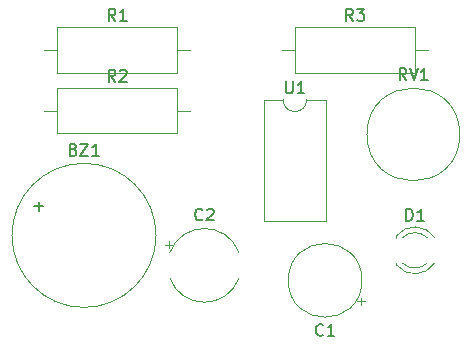
<source format=gto>
G04 #@! TF.GenerationSoftware,KiCad,Pcbnew,5.1.5+dfsg1-2build2*
G04 #@! TF.CreationDate,2021-07-21T17:56:19+05:30*
G04 #@! TF.ProjectId,tank_full_indicator,74616e6b-5f66-4756-9c6c-5f696e646963,rev?*
G04 #@! TF.SameCoordinates,Original*
G04 #@! TF.FileFunction,Legend,Top*
G04 #@! TF.FilePolarity,Positive*
%FSLAX46Y46*%
G04 Gerber Fmt 4.6, Leading zero omitted, Abs format (unit mm)*
G04 Created by KiCad (PCBNEW 5.1.5+dfsg1-2build2) date 2021-07-21 17:56:19*
%MOMM*%
%LPD*%
G04 APERTURE LIST*
%ADD10C,0.120000*%
%ADD11C,0.150000*%
G04 APERTURE END LIST*
D10*
X165502335Y-100521392D02*
G75*
G03X162270000Y-100364484I-1672335J-1078608D01*
G01*
X165502335Y-102678608D02*
G75*
G02X162270000Y-102835516I-1672335J1078608D01*
G01*
X164871130Y-100520163D02*
G75*
G03X162789039Y-100520000I-1041130J-1079837D01*
G01*
X164871130Y-102679837D02*
G75*
G02X162789039Y-102680000I-1041130J1079837D01*
G01*
X162270000Y-100364000D02*
X162270000Y-100520000D01*
X162270000Y-102680000D02*
X162270000Y-102836000D01*
X154670000Y-88840000D02*
G75*
G02X152670000Y-88840000I-1000000J0D01*
G01*
X152670000Y-88840000D02*
X151020000Y-88840000D01*
X151020000Y-88840000D02*
X151020000Y-99120000D01*
X151020000Y-99120000D02*
X156320000Y-99120000D01*
X156320000Y-99120000D02*
X156320000Y-88840000D01*
X156320000Y-88840000D02*
X154670000Y-88840000D01*
X141915001Y-100330000D02*
G75*
G03X141915001Y-100330000I-6100000J0D01*
G01*
X159350000Y-104140000D02*
G75*
G03X159350000Y-104140000I-3120000J0D01*
G01*
X159569749Y-105895000D02*
X158969749Y-105895000D01*
X159269749Y-106195000D02*
X159269749Y-105595000D01*
X148944417Y-101810000D02*
G75*
G03X143075584Y-101810000I-2934417J-1060000D01*
G01*
X148944417Y-103930000D02*
G75*
G02X143075584Y-103930000I-2934417J1060000D01*
G01*
X142670251Y-101115000D02*
X143270251Y-101115000D01*
X142970251Y-100815000D02*
X142970251Y-101415000D01*
X133565001Y-82705001D02*
X133565001Y-86545001D01*
X133565001Y-86545001D02*
X143705001Y-86545001D01*
X143705001Y-86545001D02*
X143705001Y-82705001D01*
X143705001Y-82705001D02*
X133565001Y-82705001D01*
X132455001Y-84625001D02*
X133565001Y-84625001D01*
X144815001Y-84625001D02*
X143705001Y-84625001D01*
X144815001Y-89775001D02*
X143705001Y-89775001D01*
X132455001Y-89775001D02*
X133565001Y-89775001D01*
X143705001Y-87855001D02*
X133565001Y-87855001D01*
X143705001Y-91695001D02*
X143705001Y-87855001D01*
X133565001Y-91695001D02*
X143705001Y-91695001D01*
X133565001Y-87855001D02*
X133565001Y-91695001D01*
X153680000Y-82705001D02*
X153680000Y-86545001D01*
X153680000Y-86545001D02*
X163820000Y-86545001D01*
X163820000Y-86545001D02*
X163820000Y-82705001D01*
X163820000Y-82705001D02*
X153680000Y-82705001D01*
X152570000Y-84625001D02*
X153680000Y-84625001D01*
X164930000Y-84625001D02*
X163820000Y-84625001D01*
X167635001Y-91785001D02*
G75*
G03X167635001Y-91785001I-3930000J0D01*
G01*
D11*
X163091904Y-99092380D02*
X163091904Y-98092380D01*
X163330000Y-98092380D01*
X163472857Y-98140000D01*
X163568095Y-98235238D01*
X163615714Y-98330476D01*
X163663333Y-98520952D01*
X163663333Y-98663809D01*
X163615714Y-98854285D01*
X163568095Y-98949523D01*
X163472857Y-99044761D01*
X163330000Y-99092380D01*
X163091904Y-99092380D01*
X164615714Y-99092380D02*
X164044285Y-99092380D01*
X164330000Y-99092380D02*
X164330000Y-98092380D01*
X164234761Y-98235238D01*
X164139523Y-98330476D01*
X164044285Y-98378095D01*
X152908095Y-87292380D02*
X152908095Y-88101904D01*
X152955714Y-88197142D01*
X153003333Y-88244761D01*
X153098571Y-88292380D01*
X153289047Y-88292380D01*
X153384285Y-88244761D01*
X153431904Y-88197142D01*
X153479523Y-88101904D01*
X153479523Y-87292380D01*
X154479523Y-88292380D02*
X153908095Y-88292380D01*
X154193809Y-88292380D02*
X154193809Y-87292380D01*
X154098571Y-87435238D01*
X154003333Y-87530476D01*
X153908095Y-87578095D01*
X134934048Y-93058571D02*
X135076905Y-93106190D01*
X135124524Y-93153809D01*
X135172143Y-93249047D01*
X135172143Y-93391904D01*
X135124524Y-93487142D01*
X135076905Y-93534761D01*
X134981667Y-93582380D01*
X134600715Y-93582380D01*
X134600715Y-92582380D01*
X134934048Y-92582380D01*
X135029286Y-92630000D01*
X135076905Y-92677619D01*
X135124524Y-92772857D01*
X135124524Y-92868095D01*
X135076905Y-92963333D01*
X135029286Y-93010952D01*
X134934048Y-93058571D01*
X134600715Y-93058571D01*
X135505477Y-92582380D02*
X136172143Y-92582380D01*
X135505477Y-93582380D01*
X136172143Y-93582380D01*
X137076905Y-93582380D02*
X136505477Y-93582380D01*
X136791191Y-93582380D02*
X136791191Y-92582380D01*
X136695953Y-92725238D01*
X136600715Y-92820476D01*
X136505477Y-92868095D01*
X131624048Y-97861428D02*
X132385953Y-97861428D01*
X132005001Y-98242380D02*
X132005001Y-97480476D01*
X156063333Y-108747142D02*
X156015714Y-108794761D01*
X155872857Y-108842380D01*
X155777619Y-108842380D01*
X155634761Y-108794761D01*
X155539523Y-108699523D01*
X155491904Y-108604285D01*
X155444285Y-108413809D01*
X155444285Y-108270952D01*
X155491904Y-108080476D01*
X155539523Y-107985238D01*
X155634761Y-107890000D01*
X155777619Y-107842380D01*
X155872857Y-107842380D01*
X156015714Y-107890000D01*
X156063333Y-107937619D01*
X157015714Y-108842380D02*
X156444285Y-108842380D01*
X156730000Y-108842380D02*
X156730000Y-107842380D01*
X156634761Y-107985238D01*
X156539523Y-108080476D01*
X156444285Y-108128095D01*
X145843333Y-98977142D02*
X145795714Y-99024761D01*
X145652857Y-99072380D01*
X145557619Y-99072380D01*
X145414761Y-99024761D01*
X145319523Y-98929523D01*
X145271904Y-98834285D01*
X145224285Y-98643809D01*
X145224285Y-98500952D01*
X145271904Y-98310476D01*
X145319523Y-98215238D01*
X145414761Y-98120000D01*
X145557619Y-98072380D01*
X145652857Y-98072380D01*
X145795714Y-98120000D01*
X145843333Y-98167619D01*
X146224285Y-98167619D02*
X146271904Y-98120000D01*
X146367142Y-98072380D01*
X146605238Y-98072380D01*
X146700476Y-98120000D01*
X146748095Y-98167619D01*
X146795714Y-98262857D01*
X146795714Y-98358095D01*
X146748095Y-98500952D01*
X146176666Y-99072380D01*
X146795714Y-99072380D01*
X138468334Y-82157381D02*
X138135001Y-81681191D01*
X137896905Y-82157381D02*
X137896905Y-81157381D01*
X138277858Y-81157381D01*
X138373096Y-81205001D01*
X138420715Y-81252620D01*
X138468334Y-81347858D01*
X138468334Y-81490715D01*
X138420715Y-81585953D01*
X138373096Y-81633572D01*
X138277858Y-81681191D01*
X137896905Y-81681191D01*
X139420715Y-82157381D02*
X138849286Y-82157381D01*
X139135001Y-82157381D02*
X139135001Y-81157381D01*
X139039762Y-81300239D01*
X138944524Y-81395477D01*
X138849286Y-81443096D01*
X138468334Y-87307381D02*
X138135001Y-86831191D01*
X137896905Y-87307381D02*
X137896905Y-86307381D01*
X138277858Y-86307381D01*
X138373096Y-86355001D01*
X138420715Y-86402620D01*
X138468334Y-86497858D01*
X138468334Y-86640715D01*
X138420715Y-86735953D01*
X138373096Y-86783572D01*
X138277858Y-86831191D01*
X137896905Y-86831191D01*
X138849286Y-86402620D02*
X138896905Y-86355001D01*
X138992143Y-86307381D01*
X139230239Y-86307381D01*
X139325477Y-86355001D01*
X139373096Y-86402620D01*
X139420715Y-86497858D01*
X139420715Y-86593096D01*
X139373096Y-86735953D01*
X138801667Y-87307381D01*
X139420715Y-87307381D01*
X158583333Y-82157381D02*
X158250000Y-81681191D01*
X158011904Y-82157381D02*
X158011904Y-81157381D01*
X158392857Y-81157381D01*
X158488095Y-81205001D01*
X158535714Y-81252620D01*
X158583333Y-81347858D01*
X158583333Y-81490715D01*
X158535714Y-81585953D01*
X158488095Y-81633572D01*
X158392857Y-81681191D01*
X158011904Y-81681191D01*
X158916666Y-81157381D02*
X159535714Y-81157381D01*
X159202380Y-81538334D01*
X159345238Y-81538334D01*
X159440476Y-81585953D01*
X159488095Y-81633572D01*
X159535714Y-81728810D01*
X159535714Y-81966905D01*
X159488095Y-82062143D01*
X159440476Y-82109762D01*
X159345238Y-82157381D01*
X159059523Y-82157381D01*
X158964285Y-82109762D01*
X158916666Y-82062143D01*
X163109762Y-87177381D02*
X162776429Y-86701191D01*
X162538334Y-87177381D02*
X162538334Y-86177381D01*
X162919286Y-86177381D01*
X163014524Y-86225001D01*
X163062143Y-86272620D01*
X163109762Y-86367858D01*
X163109762Y-86510715D01*
X163062143Y-86605953D01*
X163014524Y-86653572D01*
X162919286Y-86701191D01*
X162538334Y-86701191D01*
X163395477Y-86177381D02*
X163728810Y-87177381D01*
X164062143Y-86177381D01*
X164919286Y-87177381D02*
X164347858Y-87177381D01*
X164633572Y-87177381D02*
X164633572Y-86177381D01*
X164538334Y-86320239D01*
X164443096Y-86415477D01*
X164347858Y-86463096D01*
M02*

</source>
